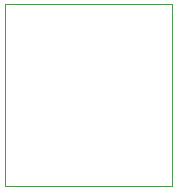
<source format=gbr>
%TF.GenerationSoftware,KiCad,Pcbnew,8.0.6*%
%TF.CreationDate,2024-12-03T19:32:54-08:00*%
%TF.ProjectId,VCNL4040Breakout,56434e4c-3430-4343-9042-7265616b6f75,rev?*%
%TF.SameCoordinates,Original*%
%TF.FileFunction,Profile,NP*%
%FSLAX46Y46*%
G04 Gerber Fmt 4.6, Leading zero omitted, Abs format (unit mm)*
G04 Created by KiCad (PCBNEW 8.0.6) date 2024-12-03 19:32:54*
%MOMM*%
%LPD*%
G01*
G04 APERTURE LIST*
%TA.AperFunction,Profile*%
%ADD10C,0.050000*%
%TD*%
G04 APERTURE END LIST*
D10*
X120200000Y-89800000D02*
X134400000Y-89800000D01*
X134400000Y-105200000D01*
X120200000Y-105200000D01*
X120200000Y-89800000D01*
M02*

</source>
